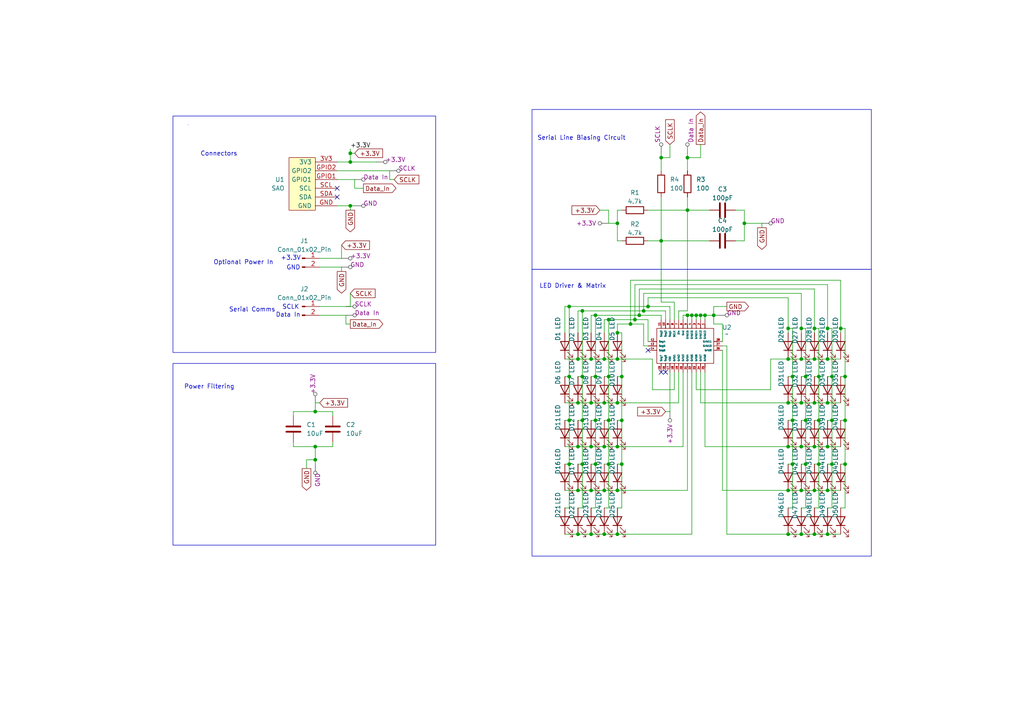
<source format=kicad_sch>
(kicad_sch (version 20250114) (generator "eeschema") (generator_version "9.0")
  (paper "A4")
  (lib_symbols
    (symbol "Connector:Conn_01x02_Pin" (pin_names (offset 1.016) (hide yes))
      (property "Reference" "J" (at 0 2.54 0))
      (property "Value" "Conn_01x02_Pin" (at 0 -5.08 0))
      (symbol "Conn_01x02_Pin_1_1"
        (rectangle (start 0.8636 0.127) (end 0 -0.127) (stroke (width 0.1524)) (fill (type outline)))
        (rectangle (start 0.8636 -2.413) (end 0 -2.667) (stroke (width 0.1524)) (fill (type outline)))
        (polyline (pts (xy 1.27 0) (xy 0.8636 0)) (stroke (width 0.1524)))
        (polyline (pts (xy 1.27 -2.54) (xy 0.8636 -2.54)) (stroke (width 0.1524)))
        (pin passive line (at 5.08 0 180) (length 3.81) (name "Pin_1") (number "1"))
        (pin passive line (at 5.08 -2.54 180) (length 3.81) (name "Pin_2") (number "2"))
      )
    )
    (symbol "Device:C" (pin_numbers (hide yes)) (pin_names (offset 0.254))
      (property "Reference" "C" (at 0.635 2.54 0))
      (property "Value" "C" (at 0.635 -2.54 0))
      (symbol "C_0_1"
        (polyline (pts (xy -2.032 0.762) (xy 2.032 0.762)) (stroke (width 0.508)))
        (polyline (pts (xy -2.032 -0.762) (xy 2.032 -0.762)) (stroke (width 0.508)))
      )
      (symbol "C_1_1"
        (pin passive line (at 0 3.81 270) (length 2.794) (name "~") (number "1"))
        (pin passive line (at 0 -3.81 90) (length 2.794) (name "~") (number "2"))
      )
    )
    (symbol "Device:LED" (pin_numbers (hide yes)) (pin_names (offset 1.016) (hide yes))
      (property "Reference" "D" (at 0 2.54 0))
      (property "Value" "LED" (at 0 -2.54 0))
      (symbol "LED_0_1"
        (polyline (pts (xy -3.048 -0.762) (xy -4.572 -2.286) (xy -3.81 -2.286) (xy -4.572 -2.286) (xy -4.572 -1.524)))
        (polyline (pts (xy -1.778 -0.762) (xy -3.302 -2.286) (xy -2.54 -2.286) (xy -3.302 -2.286) (xy -3.302 -1.524)))
        (polyline (pts (xy -1.27 0) (xy 1.27 0)))
        (polyline (pts (xy -1.27 -1.27) (xy -1.27 1.27)) (stroke (width 0.254)))
        (polyline (pts (xy 1.27 -1.27) (xy 1.27 1.27) (xy -1.27 0) (xy 1.27 -1.27)) (stroke (width 0.254)))
      )
      (symbol "LED_1_1"
        (pin passive line (at -3.81 0 0) (length 2.54) (name "K") (number "1"))
        (pin passive line (at 3.81 0 180) (length 2.54) (name "A") (number "2"))
      )
    )
    (symbol "Device:R" (pin_numbers (hide yes)) (pin_names (offset 0))
      (property "Reference" "R" (at 2.032 0 90))
      (property "Value" "R" (at 0 0 90))
      (symbol "R_0_1"
        (rectangle (start -1.016 -2.54) (end 1.016 2.54) (stroke (width 0.254)))
      )
      (symbol "R_1_1"
        (pin passive line (at 0 3.81 270) (length 1.27) (name "~") (number "1"))
        (pin passive line (at 0 -3.81 90) (length 1.27) (name "~") (number "2"))
      )
    )
    (symbol "Swadge_Parts:EP1640"
      (property "Reference" "U" (at 0 0 0))
      (symbol "EP1640_0_1"
        (rectangle (start -5.08 10.16) (end 5.08 -6.35))
        (polyline (pts (xy -5.08 7.62) (xy -6.35 7.62)))
        (polyline (pts (xy -5.08 6.35) (xy -6.35 6.35)))
        (polyline (pts (xy -5.08 5.08) (xy -6.35 5.08)))
        (polyline (pts (xy -5.08 3.81) (xy -6.35 3.81)))
        (polyline (pts (xy -5.08 2.54) (xy -6.35 2.54)))
        (polyline (pts (xy -5.08 1.27) (xy -6.35 1.27)))
        (polyline (pts (xy -5.08 0) (xy -6.35 0)))
        (polyline (pts (xy -5.08 -1.27) (xy -6.35 -1.27)))
        (polyline (pts (xy -5.08 -2.54) (xy -6.35 -2.54)))
        (polyline (pts (xy -5.08 -3.81) (xy -6.35 -3.81)))
        (polyline (pts (xy -5.08 -5.08) (xy -6.35 -5.08)))
        (polyline (pts (xy -1.27 10.16) (xy -1.27 11.43)))
        (polyline (pts (xy -1.27 -6.35) (xy -1.27 -7.62)))
        (polyline (pts (xy 0 -6.35) (xy 0 -8.89)))
        (polyline (pts (xy 1.27 10.16) (xy 1.27 11.43)))
        (polyline (pts (xy 1.27 -6.35) (xy 1.27 -7.62)))
        (polyline (pts (xy 5.08 7.62) (xy 6.35 7.62)))
        (polyline (pts (xy 5.08 6.35) (xy 6.35 6.35)))
        (polyline (pts (xy 5.08 5.08) (xy 6.35 5.08)))
        (polyline (pts (xy 5.08 3.81) (xy 6.35 3.81)))
        (polyline (pts (xy 5.08 2.54) (xy 6.35 2.54)))
        (polyline (pts (xy 5.08 1.27) (xy 6.35 1.27)))
        (polyline (pts (xy 5.08 0) (xy 6.35 0)))
        (polyline (pts (xy 5.08 -1.27) (xy 6.35 -1.27)))
        (polyline (pts (xy 5.08 -2.54) (xy 6.35 -2.54)))
        (polyline (pts (xy 5.08 -3.81) (xy 6.35 -3.81)))
        (polyline (pts (xy 5.08 -5.08) (xy 6.35 -5.08)))
      )
      (symbol "EP1640_1_1"
        (pin bidirectional line (at -7.62 7.62 0) (length 2.54) (name "Grid12") (number "1"))
        (pin bidirectional line (at -7.62 6.35 0) (length 2.54) (name "Grid13") (number "2"))
        (pin bidirectional line (at -7.62 5.08 0) (length 2.54) (name "Grid14") (number "3"))
        (pin bidirectional line (at -7.62 3.81 0) (length 2.54) (name "Grid15") (number "4"))
        (pin bidirectional line (at -7.62 2.54 0) (length 2.54) (name "Grid16") (number "5"))
        (pin output line (at -7.62 1.27 0) (length 2.54) (name "Gnd") (number "6"))
        (pin input line (at -7.62 0 0) (length 2.54) (name "Din") (number "7"))
        (pin input line (at -7.62 -1.27 0) (length 2.54) (name "SCLK") (number "8"))
        (pin bidirectional line (at -7.62 -2.54 0) (length 2.54) (name "Seg1") (number "9"))
        (pin bidirectional line (at -7.62 -3.81 0) (length 2.54) (name "Seg2") (number "10"))
        (pin bidirectional line (at -7.62 -5.08 0) (length 2.54) (name "Seg3") (number "11"))
        (pin bidirectional line (at -1.27 12.7 270) (length 2.54) (name "Grid11") (number "28"))
        (pin bidirectional line (at -1.27 -8.89 90) (length 2.54) (name "Seg4") (number "12"))
        (pin bidirectional line (at 0 12.7 270) (length 2.54) (name "Grid10") (number "27"))
        (pin bidirectional line (at 0 -8.89 90) (length 2.54) (name "Seg5") (number "13"))
        (pin bidirectional line (at 1.27 12.7 270) (length 2.54) (name "Grid9") (number "26"))
        (pin bidirectional line (at 1.27 -8.89 90) (length 2.54) (name "Seg6") (number "14"))
        (pin bidirectional line (at 7.62 7.62 180) (length 2.54) (name "Grid8") (number "25"))
        (pin bidirectional line (at 7.62 6.35 180) (length 2.54) (name "Grid7") (number "24"))
        (pin bidirectional line (at 7.62 5.08 180) (length 2.54) (name "Grid6") (number "23"))
        (pin bidirectional line (at 7.62 3.81 180) (length 2.54) (name "Grid5") (number "22"))
        (pin bidirectional line (at 7.62 2.54 180) (length 2.54) (name "Grid4") (number "21"))
        (pin bidirectional line (at 7.62 1.27 180) (length 2.54) (name "Grid3") (number "20"))
        (pin bidirectional line (at 7.62 0 180) (length 2.54) (name "Grid2") (number "19"))
        (pin bidirectional line (at 7.62 -1.27 180) (length 2.54) (name "Grid1") (number "18"))
        (pin input line (at 7.62 -2.54 180) (length 2.54) (name "VDD") (number "17"))
        (pin bidirectional line (at 7.62 -3.81 180) (length 2.54) (name "Seg8") (number "16"))
        (pin bidirectional line (at 7.62 -5.08 180) (length 2.54) (name "Seg7") (number "15"))
      )
    )
    (symbol "Swadge_Parts:SAO" (pin_names (offset 1.016))
      (property "Reference" "U" (at 0 -8.89 0))
      (property "Value" "SAO" (at -2.54 8.89 0))
      (symbol "SAO_0_1"
        (rectangle (start 0 7.62) (end 7.62 -7.62) (fill (type background)))
      )
      (symbol "SAO_1_1"
        (pin power_in line (at -6.35 6.35 0) (length 6.35) (name "3V3") (number "3V3"))
        (pin input line (at -6.35 3.81 0) (length 6.35) (name "GPIO2") (number "GPIO2"))
        (pin input line (at -6.35 1.27 0) (length 6.35) (name "GPIO1") (number "GPIO1"))
        (pin input line (at -6.35 -1.27 0) (length 6.35) (name "SCL") (number "SCL"))
        (pin input line (at -6.35 -3.81 0) (length 6.35) (name "SDA") (number "SDA"))
        (pin power_in line (at -6.35 -6.35 0) (length 6.35) (name "GND") (number "GND"))
      )
    )
  )
  (rectangle (start 154.305 78.105) (end 252.73 161.29))
  (rectangle (start 50.165 33.655) (end 126.365 102.235))
  (rectangle (start 154.305 31.75) (end 252.73 78.105))
  (rectangle (start 50.165 105.41) (end 126.365 158.115))
  (rectangle (start 54.61 36.195) (end 54.61 36.195))
  (text "Data In" (at 83.566 91.44 0) (effects (font (size 1.27 1.27))))
  (text "GND" (at 85.09 77.724 0) (effects (font (size 1.27 1.27))))
  (text "Serial Line Biasing Circuit" (exclude_from_sim yes) (at 168.656 40.132 0) (effects (font (size 1.27 1.27))))
  (text "SCLK" (at 84.328 89.154 0) (effects (font (size 1.27 1.27))))
  (text "Power Filtering" (exclude_from_sim yes) (at 60.706 112.268 0) (effects (font (size 1.27 1.27))))
  (text "Connectors" (exclude_from_sim yes) (at 63.5 44.704 0) (effects (font (size 1.27 1.27))))
  (text "Serial Comms" (at 73.152 89.916 0) (effects (font (size 1.27 1.27))))
  (text "Optional Power In" (at 70.612 76.2 0) (effects (font (size 1.27 1.27))))
  (text "LED Driver & Matrix" (exclude_from_sim yes) (at 166.116 83.058 0) (effects (font (size 1.27 1.27))))
  (text "+3.3V" (at 84.328 74.93 0) (effects (font (size 1.27 1.27))))
  (junction (at 165.1 88.9))
  (junction (at 228.6 154.94))
  (junction (at 175.26 154.94))
  (junction (at 228.6 142.24))
  (junction (at 240.03 129.54))
  (junction (at 91.44 133.35))
  (junction (at 232.41 116.84))
  (junction (at 232.41 154.94))
  (junction (at 168.91 134.62))
  (junction (at 240.03 104.14))
  (junction (at 176.53 109.22))
  (junction (at 204.47 91.44))
  (junction (at 240.03 142.24))
  (junction (at 175.26 104.14))
  (junction (at 232.41 142.24))
  (junction (at 187.96 88.9))
  (junction (at 233.68 121.92))
  (junction (at 175.26 116.84))
  (junction (at 171.45 142.24))
  (junction (at 228.6 129.54))
  (junction (at 237.49 109.22))
  (junction (at 175.26 129.54))
  (junction (at 236.22 116.84))
  (junction (at 172.72 109.22))
  (junction (at 236.22 142.24))
  (junction (at 167.64 154.94))
  (junction (at 229.87 121.92))
  (junction (at 236.22 95.25))
  (junction (at 179.07 154.94))
  (junction (at 180.34 134.62))
  (junction (at 101.6 59.69))
  (junction (at 215.9 64.77))
  (junction (at 241.3 121.92))
  (junction (at 168.91 90.17))
  (junction (at 168.91 109.22))
  (junction (at 236.22 104.14))
  (junction (at 245.11 134.62))
  (junction (at 232.41 95.25))
  (junction (at 171.45 116.84))
  (junction (at 176.53 92.71))
  (junction (at 228.6 116.84))
  (junction (at 240.03 154.94))
  (junction (at 233.68 109.22))
  (junction (at 200.66 91.44))
  (junction (at 91.44 129.54))
  (junction (at 236.22 154.94))
  (junction (at 245.11 121.92))
  (junction (at 179.07 104.14))
  (junction (at 186.69 90.17))
  (junction (at 233.68 134.62))
  (junction (at 201.93 91.44))
  (junction (at 167.64 104.14))
  (junction (at 172.72 91.44))
  (junction (at 240.03 116.84))
  (junction (at 179.07 116.84))
  (junction (at 199.39 91.44))
  (junction (at 179.07 142.24))
  (junction (at 191.77 45.72))
  (junction (at 240.03 95.25))
  (junction (at 179.07 64.77))
  (junction (at 243.84 95.25))
  (junction (at 191.77 69.85))
  (junction (at 171.45 129.54))
  (junction (at 176.53 134.62))
  (junction (at 167.64 142.24))
  (junction (at 237.49 134.62))
  (junction (at 199.39 45.72))
  (junction (at 241.3 109.22))
  (junction (at 229.87 109.22))
  (junction (at 229.87 134.62))
  (junction (at 232.41 104.14))
  (junction (at 185.42 91.44))
  (junction (at 207.01 91.44))
  (junction (at 176.53 121.92))
  (junction (at 245.11 109.22))
  (junction (at 179.07 129.54))
  (junction (at 172.72 121.92))
  (junction (at 184.15 92.71))
  (junction (at 241.3 134.62))
  (junction (at 236.22 129.54))
  (junction (at 168.91 121.92))
  (junction (at 167.64 116.84))
  (junction (at 180.34 121.92))
  (junction (at 165.1 109.22))
  (junction (at 180.34 109.22))
  (junction (at 171.45 104.14))
  (junction (at 167.64 129.54))
  (junction (at 182.88 93.98))
  (junction (at 228.6 95.25))
  (junction (at 228.6 104.14))
  (junction (at 179.07 96.52))
  (junction (at 165.1 121.92))
  (junction (at 175.26 142.24))
  (junction (at 172.72 134.62))
  (junction (at 232.41 129.54))
  (junction (at 203.2 91.44))
  (junction (at 237.49 121.92))
  (junction (at 171.45 154.94))
  (junction (at 165.1 134.62))
  (junction (at 91.44 119.38))
  (junction (at 199.39 60.96))
  (junction (at 101.6 44.45))
  (junction (at 101.6 46.99))
  (no_connect (at 191.77 107.95))
  (no_connect (at 97.79 54.61))
  (no_connect (at 97.79 57.15))
  (no_connect (at 187.96 101.6))
  (no_connect (at 193.04 107.95))
  (wire (pts (xy 101.6 85.09) (xy 101.6 88.9)))
  (wire (pts (xy 220.98 64.77) (xy 220.98 66.04)))
  (wire (pts (xy 167.64 109.22) (xy 168.91 109.22)))
  (wire (pts (xy 229.87 134.62) (xy 229.87 121.92)))
  (wire (pts (xy 175.26 142.24) (xy 179.07 142.24)))
  (wire (pts (xy 182.88 81.28) (xy 182.88 93.98)))
  (wire (pts (xy 186.69 85.09) (xy 186.69 90.17)))
  (wire (pts (xy 204.47 91.44) (xy 204.47 92.71)))
  (wire (pts (xy 232.41 121.92) (xy 233.68 121.92)))
  (wire (pts (xy 101.6 59.69) (xy 97.79 59.69)))
  (wire (pts (xy 240.03 82.55) (xy 184.15 82.55)))
  (wire (pts (xy 176.53 60.96) (xy 176.53 64.77)))
  (wire (pts (xy 203.2 91.44) (xy 203.2 92.71)))
  (wire (pts (xy 179.07 69.85) (xy 180.34 69.85)))
  (wire (pts (xy 167.64 142.24) (xy 171.45 142.24)))
  (wire (pts (xy 176.53 92.71) (xy 184.15 92.71)))
  (wire (pts (xy 168.91 90.17) (xy 167.64 90.17)))
  (wire (pts (xy 179.07 93.98) (xy 179.07 96.52)))
  (wire (pts (xy 232.41 85.09) (xy 186.69 85.09)))
  (wire (pts (xy 99.06 74.93) (xy 92.71 74.93)))
  (wire (pts (xy 101.6 93.98) (xy 100.33 93.98)))
  (wire (pts (xy 213.36 60.96) (xy 215.9 60.96)))
  (wire (pts (xy 168.91 109.22) (xy 168.91 90.17)))
  (wire (pts (xy 210.82 100.33) (xy 209.55 100.33)))
  (wire (pts (xy 245.11 147.32) (xy 245.11 134.62)))
  (wire (pts (xy 240.03 104.14) (xy 243.84 104.14)))
  (wire (pts (xy 228.6 109.22) (xy 229.87 109.22)))
  (wire (pts (xy 237.49 109.22) (xy 237.49 95.25)))
  (wire (pts (xy 85.09 119.38) (xy 91.44 119.38)))
  (wire (pts (xy 236.22 83.82) (xy 185.42 83.82)))
  (wire (pts (xy 232.41 134.62) (xy 233.68 134.62)))
  (wire (pts (xy 85.09 129.54) (xy 85.09 128.27)))
  (wire (pts (xy 180.34 121.92) (xy 180.34 109.22)))
  (wire (pts (xy 196.85 116.84) (xy 196.85 107.95)))
  (wire (pts (xy 199.39 60.96) (xy 205.74 60.96)))
  (wire (pts (xy 163.83 116.84) (xy 167.64 116.84)))
  (wire (pts (xy 172.72 109.22) (xy 172.72 91.44)))
  (wire (pts (xy 168.91 147.32) (xy 168.91 134.62)))
  (wire (pts (xy 237.49 95.25) (xy 236.22 95.25)))
  (wire (pts (xy 241.3 147.32) (xy 241.3 134.62)))
  (wire (pts (xy 163.83 134.62) (xy 165.1 134.62)))
  (wire (pts (xy 232.41 129.54) (xy 236.22 129.54)))
  (wire (pts (xy 201.93 91.44) (xy 200.66 91.44)))
  (wire (pts (xy 228.6 129.54) (xy 204.47 129.54)))
  (wire (pts (xy 191.77 69.85) (xy 191.77 87.63)))
  (wire (pts (xy 233.68 121.92) (xy 233.68 109.22)))
  (wire (pts (xy 113.03 52.07) (xy 113.03 49.53)))
  (wire (pts (xy 228.6 129.54) (xy 232.41 129.54)))
  (wire (pts (xy 199.39 45.72) (xy 199.39 49.53)))
  (wire (pts (xy 191.77 69.85) (xy 205.74 69.85)))
  (wire (pts (xy 209.55 93.98) (xy 207.01 93.98)))
  (wire (pts (xy 171.45 142.24) (xy 175.26 142.24)))
  (wire (pts (xy 243.84 96.52) (xy 243.84 95.25)))
  (wire (pts (xy 232.41 109.22) (xy 233.68 109.22)))
  (wire (pts (xy 229.87 147.32) (xy 229.87 134.62)))
  (wire (pts (xy 236.22 116.84) (xy 240.03 116.84)))
  (wire (pts (xy 109.22 46.99) (xy 101.6 46.99)))
  (wire (pts (xy 240.03 121.92) (xy 241.3 121.92)))
  (wire (pts (xy 179.07 142.24) (xy 199.39 142.24)))
  (wire (pts (xy 179.07 64.77) (xy 179.07 69.85)))
  (wire (pts (xy 165.1 88.9) (xy 187.96 88.9)))
  (wire (pts (xy 228.6 95.25) (xy 228.6 86.36)))
  (wire (pts (xy 163.83 121.92) (xy 165.1 121.92)))
  (wire (pts (xy 209.55 99.06) (xy 209.55 93.98)))
  (wire (pts (xy 91.44 133.35) (xy 91.44 134.62)))
  (wire (pts (xy 167.64 116.84) (xy 171.45 116.84)))
  (wire (pts (xy 172.72 121.92) (xy 172.72 109.22)))
  (wire (pts (xy 185.42 83.82) (xy 185.42 91.44)))
  (wire (pts (xy 172.72 91.44) (xy 171.45 91.44)))
  (wire (pts (xy 171.45 134.62) (xy 172.72 134.62)))
  (wire (pts (xy 171.45 116.84) (xy 175.26 116.84)))
  (wire (pts (xy 172.72 147.32) (xy 172.72 134.62)))
  (wire (pts (xy 236.22 142.24) (xy 240.03 142.24)))
  (wire (pts (xy 236.22 154.94) (xy 240.03 154.94)))
  (wire (pts (xy 232.41 142.24) (xy 236.22 142.24)))
  (wire (pts (xy 203.2 91.44) (xy 201.93 91.44)))
  (wire (pts (xy 175.26 121.92) (xy 176.53 121.92)))
  (wire (pts (xy 243.84 147.32) (xy 245.11 147.32)))
  (wire (pts (xy 176.53 109.22) (xy 176.53 92.71)))
  (wire (pts (xy 99.06 77.47) (xy 92.71 77.47)))
  (wire (pts (xy 85.09 119.38) (xy 85.09 120.65)))
  (wire (pts (xy 194.31 107.95) (xy 194.31 119.38)))
  (wire (pts (xy 88.9 133.35) (xy 91.44 133.35)))
  (wire (pts (xy 99.06 71.12) (xy 99.06 74.93)))
  (wire (pts (xy 191.77 57.15) (xy 191.77 69.85)))
  (wire (pts (xy 233.68 134.62) (xy 233.68 121.92)))
  (wire (pts (xy 167.64 90.17) (xy 167.64 96.52)))
  (wire (pts (xy 240.03 134.62) (xy 241.3 134.62)))
  (wire (pts (xy 179.07 109.22) (xy 180.34 109.22)))
  (wire (pts (xy 203.2 45.72) (xy 199.39 45.72)))
  (wire (pts (xy 179.07 129.54) (xy 198.12 129.54)))
  (wire (pts (xy 175.26 109.22) (xy 176.53 109.22)))
  (wire (pts (xy 171.45 121.92) (xy 172.72 121.92)))
  (wire (pts (xy 179.07 154.94) (xy 200.66 154.94)))
  (wire (pts (xy 200.66 91.44) (xy 199.39 91.44)))
  (wire (pts (xy 113.03 49.53) (xy 97.79 49.53)))
  (wire (pts (xy 228.6 86.36) (xy 187.96 86.36)))
  (wire (pts (xy 243.84 81.28) (xy 182.88 81.28)))
  (wire (pts (xy 91.44 129.54) (xy 85.09 129.54)))
  (wire (pts (xy 196.85 90.17) (xy 196.85 92.71)))
  (wire (pts (xy 240.03 147.32) (xy 241.3 147.32)))
  (wire (pts (xy 171.45 104.14) (xy 175.26 104.14)))
  (wire (pts (xy 171.45 147.32) (xy 172.72 147.32)))
  (wire (pts (xy 240.03 96.52) (xy 240.03 95.25)))
  (wire (pts (xy 199.39 44.45) (xy 199.39 45.72)))
  (wire (pts (xy 203.2 116.84) (xy 203.2 107.95)))
  (wire (pts (xy 176.53 134.62) (xy 176.53 121.92)))
  (wire (pts (xy 240.03 129.54) (xy 243.84 129.54)))
  (wire (pts (xy 243.84 134.62) (xy 245.11 134.62)))
  (wire (pts (xy 240.03 116.84) (xy 243.84 116.84)))
  (wire (pts (xy 243.84 109.22) (xy 245.11 109.22)))
  (wire (pts (xy 163.83 104.14) (xy 167.64 104.14)))
  (wire (pts (xy 96.52 119.38) (xy 96.52 120.65)))
  (wire (pts (xy 165.1 147.32) (xy 165.1 134.62)))
  (wire (pts (xy 243.84 95.25) (xy 243.84 81.28)))
  (wire (pts (xy 168.91 121.92) (xy 168.91 109.22)))
  (wire (pts (xy 236.22 95.25) (xy 236.22 83.82)))
  (wire (pts (xy 228.6 142.24) (xy 232.41 142.24)))
  (wire (pts (xy 232.41 104.14) (xy 236.22 104.14)))
  (wire (pts (xy 228.6 96.52) (xy 228.6 95.25)))
  (wire (pts (xy 194.31 92.71) (xy 194.31 88.9)))
  (wire (pts (xy 198.12 91.44) (xy 198.12 92.71)))
  (wire (pts (xy 101.6 60.96) (xy 101.6 59.69)))
  (wire (pts (xy 241.3 109.22) (xy 241.3 95.25)))
  (wire (pts (xy 245.11 95.25) (xy 243.84 95.25)))
  (wire (pts (xy 207.01 93.98) (xy 207.01 91.44)))
  (wire (pts (xy 243.84 121.92) (xy 245.11 121.92)))
  (wire (pts (xy 193.04 92.71) (xy 193.04 90.17)))
  (wire (pts (xy 209.55 142.24) (xy 209.55 101.6)))
  (wire (pts (xy 229.87 121.92) (xy 229.87 109.22)))
  (wire (pts (xy 194.31 45.72) (xy 191.77 45.72)))
  (wire (pts (xy 195.58 87.63) (xy 195.58 92.71)))
  (wire (pts (xy 101.6 44.45) (xy 101.6 46.99)))
  (wire (pts (xy 172.72 91.44) (xy 185.42 91.44)))
  (wire (pts (xy 176.53 64.77) (xy 179.07 64.77)))
  (wire (pts (xy 201.93 113.03) (xy 223.52 113.03)))
  (wire (pts (xy 199.39 90.17) (xy 196.85 90.17)))
  (wire (pts (xy 189.23 113.03) (xy 195.58 113.03)))
  (wire (pts (xy 236.22 104.14) (xy 240.03 104.14)))
  (wire (pts (xy 179.07 121.92) (xy 180.34 121.92)))
  (wire (pts (xy 163.83 129.54) (xy 167.64 129.54)))
  (wire (pts (xy 179.07 60.96) (xy 179.07 64.77)))
  (wire (pts (xy 241.3 95.25) (xy 240.03 95.25)))
  (wire (pts (xy 179.07 147.32) (xy 180.34 147.32)))
  (wire (pts (xy 175.26 147.32) (xy 176.53 147.32)))
  (wire (pts (xy 184.15 82.55) (xy 184.15 92.71)))
  (wire (pts (xy 215.9 60.96) (xy 215.9 64.77)))
  (wire (pts (xy 232.41 95.25) (xy 232.41 85.09)))
  (wire (pts (xy 102.87 54.61) (xy 102.87 52.07)))
  (wire (pts (xy 245.11 121.92) (xy 245.11 109.22)))
  (wire (pts (xy 180.34 147.32) (xy 180.34 134.62)))
  (wire (pts (xy 199.39 60.96) (xy 199.39 90.17)))
  (wire (pts (xy 189.23 104.14) (xy 189.23 113.03)))
  (wire (pts (xy 229.87 109.22) (xy 229.87 95.25)))
  (wire (pts (xy 184.15 92.71) (xy 187.96 92.71)))
  (wire (pts (xy 191.77 92.71) (xy 191.77 91.44)))
  (wire (pts (xy 163.83 88.9) (xy 163.83 96.52)))
  (wire (pts (xy 187.96 88.9) (xy 194.31 88.9)))
  (wire (pts (xy 228.6 154.94) (xy 232.41 154.94)))
  (wire (pts (xy 176.53 92.71) (xy 175.26 92.71)))
  (wire (pts (xy 207.01 91.44) (xy 204.47 91.44)))
  (wire (pts (xy 232.41 147.32) (xy 233.68 147.32)))
  (wire (pts (xy 91.44 129.54) (xy 91.44 133.35)))
  (wire (pts (xy 179.07 116.84) (xy 196.85 116.84)))
  (wire (pts (xy 180.34 96.52) (xy 180.34 109.22)))
  (wire (pts (xy 194.31 41.91) (xy 194.31 45.72)))
  (wire (pts (xy 207.01 88.9) (xy 207.01 91.44)))
  (wire (pts (xy 193.04 119.38) (xy 194.31 119.38)))
  (wire (pts (xy 236.22 134.62) (xy 237.49 134.62)))
  (wire (pts (xy 175.26 154.94) (xy 179.07 154.94)))
  (wire (pts (xy 99.06 77.47) (xy 99.06 78.74)))
  (wire (pts (xy 236.22 109.22) (xy 237.49 109.22)))
  (wire (pts (xy 168.91 134.62) (xy 168.91 121.92)))
  (wire (pts (xy 237.49 134.62) (xy 237.49 121.92)))
  (wire (pts (xy 96.52 128.27) (xy 96.52 129.54)))
  (wire (pts (xy 96.52 129.54) (xy 91.44 129.54)))
  (wire (pts (xy 215.9 64.77) (xy 220.98 64.77)))
  (wire (pts (xy 91.44 119.38) (xy 96.52 119.38)))
  (wire (pts (xy 167.64 121.92) (xy 168.91 121.92)))
  (wire (pts (xy 101.6 43.18) (xy 101.6 44.45)))
  (wire (pts (xy 186.69 100.33) (xy 186.69 93.98)))
  (wire (pts (xy 175.26 116.84) (xy 179.07 116.84)))
  (wire (pts (xy 167.64 104.14) (xy 171.45 104.14)))
  (wire (pts (xy 163.83 142.24) (xy 167.64 142.24)))
  (wire (pts (xy 175.26 134.62) (xy 176.53 134.62)))
  (wire (pts (xy 92.71 91.44) (xy 100.33 91.44)))
  (wire (pts (xy 176.53 121.92) (xy 176.53 109.22)))
  (wire (pts (xy 201.93 91.44) (xy 201.93 92.71)))
  (wire (pts (xy 240.03 154.94) (xy 243.84 154.94)))
  (wire (pts (xy 167.64 154.94) (xy 171.45 154.94)))
  (wire (pts (xy 187.96 100.33) (xy 186.69 100.33)))
  (wire (pts (xy 187.96 99.06) (xy 187.96 92.71)))
  (wire (pts (xy 199.39 91.44) (xy 199.39 92.71)))
  (wire (pts (xy 228.6 104.14) (xy 232.41 104.14)))
  (wire (pts (xy 165.1 88.9) (xy 163.83 88.9)))
  (wire (pts (xy 228.6 134.62) (xy 229.87 134.62)))
  (wire (pts (xy 180.34 96.52) (xy 179.07 96.52)))
  (wire (pts (xy 163.83 109.22) (xy 165.1 109.22)))
  (wire (pts (xy 210.82 88.9) (xy 207.01 88.9)))
  (wire (pts (xy 102.87 44.45) (xy 101.6 44.45)))
  (wire (pts (xy 232.41 154.94) (xy 236.22 154.94)))
  (wire (pts (xy 163.83 147.32) (xy 165.1 147.32)))
  (wire (pts (xy 195.58 113.03) (xy 195.58 107.95)))
  (wire (pts (xy 185.42 91.44) (xy 191.77 91.44)))
  (wire (pts (xy 204.47 91.44) (xy 203.2 91.44)))
  (wire (pts (xy 223.52 104.14) (xy 228.6 104.14)))
  (wire (pts (xy 167.64 129.54) (xy 171.45 129.54)))
  (wire (pts (xy 236.22 96.52) (xy 236.22 95.25)))
  (wire (pts (xy 191.77 87.63) (xy 195.58 87.63)))
  (wire (pts (xy 228.6 116.84) (xy 232.41 116.84)))
  (wire (pts (xy 171.45 154.94) (xy 175.26 154.94)))
  (wire (pts (xy 91.44 116.84) (xy 91.44 119.38)))
  (wire (pts (xy 240.03 95.25) (xy 240.03 82.55)))
  (wire (pts (xy 91.44 116.84) (xy 92.71 116.84)))
  (wire (pts (xy 163.83 154.94) (xy 167.64 154.94)))
  (wire (pts (xy 175.26 92.71) (xy 175.26 96.52)))
  (wire (pts (xy 180.34 60.96) (xy 179.07 60.96)))
  (wire (pts (xy 114.3 52.07) (xy 113.03 52.07)))
  (wire (pts (xy 171.45 109.22) (xy 172.72 109.22)))
  (wire (pts (xy 199.39 57.15) (xy 199.39 60.96)))
  (wire (pts (xy 199.39 142.24) (xy 199.39 107.95)))
  (wire (pts (xy 186.69 93.98) (xy 182.88 93.98)))
  (wire (pts (xy 171.45 91.44) (xy 171.45 96.52)))
  (wire (pts (xy 232.41 96.52) (xy 232.41 95.25)))
  (wire (pts (xy 199.39 91.44) (xy 198.12 91.44)))
  (wire (pts (xy 245.11 134.62) (xy 245.11 121.92)))
  (wire (pts (xy 208.28 91.44) (xy 207.01 91.44)))
  (wire (pts (xy 167.64 147.32) (xy 168.91 147.32)))
  (wire (pts (xy 101.6 46.99) (xy 97.79 46.99)))
  (wire (pts (xy 191.77 44.45) (xy 191.77 45.72)))
  (wire (pts (xy 168.91 90.17) (xy 186.69 90.17)))
  (wire (pts (xy 102.87 59.69) (xy 101.6 59.69)))
  (wire (pts (xy 236.22 129.54) (xy 240.03 129.54)))
  (wire (pts (xy 204.47 129.54) (xy 204.47 107.95)))
  (wire (pts (xy 100.33 93.98) (xy 100.33 91.44)))
  (wire (pts (xy 179.07 104.14) (xy 189.23 104.14)))
  (wire (pts (xy 228.6 147.32) (xy 229.87 147.32)))
  (wire (pts (xy 203.2 41.91) (xy 203.2 45.72)))
  (wire (pts (xy 236.22 147.32) (xy 237.49 147.32)))
  (wire (pts (xy 232.41 116.84) (xy 236.22 116.84)))
  (wire (pts (xy 165.1 121.92) (xy 165.1 134.62)))
  (wire (pts (xy 228.6 142.24) (xy 209.55 142.24)))
  (wire (pts (xy 165.1 109.22) (xy 165.1 88.9)))
  (wire (pts (xy 240.03 109.22) (xy 241.3 109.22)))
  (wire (pts (xy 179.07 134.62) (xy 180.34 134.62)))
  (wire (pts (xy 175.26 129.54) (xy 179.07 129.54)))
  (wire (pts (xy 172.72 134.62) (xy 172.72 121.92)))
  (wire (pts (xy 210.82 154.94) (xy 210.82 100.33)))
  (wire (pts (xy 176.53 147.32) (xy 176.53 134.62)))
  (wire (pts (xy 92.71 88.9) (xy 101.6 88.9)))
  (wire (pts (xy 167.64 134.62) (xy 168.91 134.62)))
  (wire (pts (xy 223.52 113.03) (xy 223.52 104.14)))
  (wire (pts (xy 173.99 60.96) (xy 176.53 60.96)))
  (wire (pts (xy 105.41 54.61) (xy 102.87 54.61)))
  (wire (pts (xy 201.93 107.95) (xy 201.93 113.03)))
  (wire (pts (xy 233.68 147.32) (xy 233.68 134.62)))
  (wire (pts (xy 228.6 121.92) (xy 229.87 121.92)))
  (wire (pts (xy 175.26 104.14) (xy 179.07 104.14)))
  (wire (pts (xy 233.68 109.22) (xy 233.68 95.25)))
  (wire (pts (xy 200.66 91.44) (xy 200.66 92.71)))
  (wire (pts (xy 236.22 121.92) (xy 237.49 121.92)))
  (wire (pts (xy 198.12 129.54) (xy 198.12 107.95)))
  (wire (pts (xy 187.96 69.85) (xy 191.77 69.85)))
  (wire (pts (xy 186.69 90.17) (xy 193.04 90.17)))
  (wire (pts (xy 240.03 142.24) (xy 243.84 142.24)))
  (wire (pts (xy 245.11 109.22) (xy 245.11 95.25)))
  (wire (pts (xy 229.87 95.25) (xy 228.6 95.25)))
  (wire (pts (xy 187.96 86.36) (xy 187.96 88.9)))
  (wire (pts (xy 187.96 60.96) (xy 199.39 60.96)))
  (wire (pts (xy 241.3 134.62) (xy 241.3 121.92)))
  (wire (pts (xy 191.77 45.72) (xy 191.77 49.53)))
  (wire (pts (xy 233.68 95.25) (xy 232.41 95.25)))
  (wire (pts (xy 213.36 69.85) (xy 215.9 69.85)))
  (wire (pts (xy 228.6 154.94) (xy 210.82 154.94)))
  (wire (pts (xy 200.66 154.94) (xy 200.66 107.95)))
  (wire (pts (xy 237.49 121.92) (xy 237.49 109.22)))
  (wire (pts (xy 165.1 121.92) (xy 165.1 109.22)))
  (wire (pts (xy 180.34 134.62) (xy 180.34 121.92)))
  (wire (pts (xy 102.87 52.07) (xy 97.79 52.07)))
  (wire (pts (xy 237.49 147.32) (xy 237.49 134.62)))
  (wire (pts (xy 241.3 121.92) (xy 241.3 109.22)))
  (wire (pts (xy 171.45 129.54) (xy 175.26 129.54)))
  (wire (pts (xy 228.6 116.84) (xy 203.2 116.84)))
  (wire (pts (xy 88.9 135.89) (xy 88.9 133.35)))
  (wire (pts (xy 182.88 93.98) (xy 179.07 93.98)))
  (wire (pts (xy 215.9 64.77) (xy 215.9 69.85)))
  (label "+3.3V" (at 101.6 43.18 0))
  (global_label "GND" (shape output) (at 88.9 135.89 270) (property "Intersheetrefs" "${INTERSHEET_REFS}" (effects (hide yes))))
  (global_label "Data_In" (shape output) (at 101.6 93.98 0) (property "Intersheetrefs" "${INTERSHEET_REFS}" (effects (hide yes))))
  (global_label "SCLK" (shape input) (at 194.31 41.91 90) (property "Intersheetrefs" "${INTERSHEET_REFS}" (effects (hide yes))))
  (global_label "+3.3V" (shape input) (at 102.87 44.45 0) (property "Intersheetrefs" "${INTERSHEET_REFS}" (effects (hide yes))))
  (global_label "+3.3V" (shape input) (at 193.04 119.38 180) (property "Intersheetrefs" "${INTERSHEET_REFS}" (effects (hide yes))))
  (global_label "+3.3V" (shape input) (at 173.99 60.96 180) (property "Intersheetrefs" "${INTERSHEET_REFS}" (effects (hide yes))))
  (global_label "GND" (shape output) (at 101.6 60.96 270) (property "Intersheetrefs" "${INTERSHEET_REFS}" (effects (hide yes))))
  (global_label "SCLK" (shape input) (at 114.3 52.07 0) (property "Intersheetrefs" "${INTERSHEET_REFS}" (effects (hide yes))))
  (global_label "GND" (shape output) (at 99.06 78.74 270) (property "Intersheetrefs" "${INTERSHEET_REFS}" (effects (hide yes))))
  (global_label "Data_In" (shape output) (at 105.41 54.61 0) (property "Intersheetrefs" "${INTERSHEET_REFS}" (effects (hide yes))))
  (global_label "+3.3V" (shape input) (at 92.71 116.84 0) (property "Intersheetrefs" "${INTERSHEET_REFS}" (effects (hide yes))))
  (global_label "Data_In" (shape output) (at 203.2 41.91 90) (property "Intersheetrefs" "${INTERSHEET_REFS}" (effects (hide yes))))
  (global_label "GND" (shape output) (at 210.82 88.9 0) (property "Intersheetrefs" "${INTERSHEET_REFS}" (effects (hide yes))))
  (global_label "GND" (shape output) (at 220.98 66.04 270) (property "Intersheetrefs" "${INTERSHEET_REFS}" (effects (hide yes))))
  (global_label "SCLK" (shape input) (at 101.6 85.09 0) (property "Intersheetrefs" "${INTERSHEET_REFS}" (effects (hide yes))))
  (global_label "+3.3V" (shape input) (at 99.06 71.12 0) (property "Intersheetrefs" "${INTERSHEET_REFS}" (effects (hide yes))))
  (netclass_flag "" (length 2.54) (shape round) (at 99.06 77.47 270) (property "Netclass" "GND" (at 101.6 76.7715 0) (effects (justify left))))
  (netclass_flag "" (length 2.54) (shape round) (at 91.44 116.84 0) (property "Netclass" "+3.3V" (at 90.7415 114.3 90) (effects (justify left))))
  (netclass_flag "" (length 2.54) (shape round) (at 99.06 74.93 270) (property "Netclass" "+3.3V" (at 101.6 74.2315 0) (effects (justify left))))
  (netclass_flag "" (length 2.54) (shape round) (at 176.53 64.77 90) (property "Netclass" "+3.3V" (at 172.974 64.77 0) (effects (justify right))))
  (netclass_flag "" (length 2.54) (shape round) (at 220.98 64.77 270) (property "Netclass" "GND" (at 223.52 64.0715 0) (effects (justify left))))
  (netclass_flag "" (length 2.54) (shape round) (at 109.22 46.99 270) (property "Netclass" "+3.3V" (at 111.76 46.2915 0) (effects (justify left))))
  (netclass_flag "" (length 2.54) (shape round) (at 100.33 91.44 270) (property "Netclass" "Data In" (at 102.87 90.7415 0) (effects (justify left))))
  (netclass_flag "" (length 2.54) (shape round) (at 102.87 52.07 270) (property "Netclass" "Data In" (at 105.41 51.3715 0) (effects (justify left))))
  (netclass_flag "" (length 2.54) (shape round) (at 191.77 44.45 0) (property "Netclass" "SCLK" (at 190.754 41.402 90) (effects (justify left))))
  (netclass_flag "" (length 2.54) (shape round) (at 199.39 44.45 0) (property "Netclass" "Data In" (at 200.406 41.402 90) (effects (justify left))))
  (netclass_flag "" (length 2.54) (shape round) (at 100.33 88.9 270) (property "Netclass" "SCLK" (at 102.87 88.2015 0) (effects (justify left))))
  (netclass_flag "" (length 2.54) (shape round) (at 91.44 134.62 180) (property "Netclass" "GND" (at 92.1385 137.16 90) (effects (justify right))))
  (netclass_flag "" (length 2.54) (shape round) (at 102.87 59.69 270) (property "Netclass" "GND" (at 105.41 58.9915 0) (effects (justify left))))
  (netclass_flag "" (length 2.54) (shape round) (at 208.28 91.44 270) (property "Netclass" "GND" (at 210.82 90.7415 0) (effects (justify left))))
  (netclass_flag "" (length 2.54) (shape round) (at 194.31 119.38 180) (property "Netclass" "+3.3V" (at 194.31 122.936 90) (effects (justify right))))
  (netclass_flag "" (length 2.54) (shape round) (at 113.03 49.53 270) (property "Netclass" "SCLK" (at 115.57 48.8315 0) (effects (justify left))))
  (symbol (lib_id "Device:LED") (at 243.84 125.73 90) (unit 1)
    (property "Reference" "D40" (at 242.316 122.936 0))
    (property "Value" "LED" (at 242.316 119.126 0))
    (property "Footprint" "LED_SMD:LED_0603_1608Metric_Pad1.05x0.95mm_HandSolder" (effects (hide yes)))
    (property "Description" "Light emitting diode" (effects (hide yes)))
    (property "Sim.Pins" "1=K 2=A" (effects (hide yes)))
  )
  (symbol (lib_id "Device:LED") (at 179.07 125.73 90) (unit 1)
    (property "Reference" "D15" (at 177.546 122.936 0))
    (property "Value" "LED" (at 177.546 119.126 0))
    (property "Footprint" "LED_SMD:LED_0603_1608Metric_Pad1.05x0.95mm_HandSolder" (effects (hide yes)))
    (property "Description" "Light emitting diode" (effects (hide yes)))
    (property "Sim.Pins" "1=K 2=A" (effects (hide yes)))
  )
  (symbol (lib_id "Device:LED") (at 236.22 138.43 90) (unit 1)
    (property "Reference" "D43" (at 234.696 135.636 0))
    (property "Value" "LED" (at 234.696 131.826 0))
    (property "Footprint" "LED_SMD:LED_0603_1608Metric_Pad1.05x0.95mm_HandSolder" (effects (hide yes)))
    (property "Description" "Light emitting diode" (effects (hide yes)))
    (property "Sim.Pins" "1=K 2=A" (effects (hide yes)))
  )
  (symbol (lib_id "Connector:Conn_01x02_Pin") (at 87.63 74.93 0) (unit 1)
    (property "Reference" "J1" (at 88.265 69.85 0))
    (property "Value" "Conn_01x02_Pin" (at 88.265 72.39 0))
    (property "Footprint" "Connector_PinHeader_2.54mm:PinHeader_1x02_P2.54mm_Vertical" (effects (hide yes)))
    (property "Description" "Generic connector, single row, 01x02, script generated" (effects (hide yes)))
  )
  (symbol (lib_id "Device:LED") (at 243.84 151.13 90) (unit 1)
    (property "Reference" "D50" (at 242.316 148.336 0))
    (property "Value" "LED" (at 242.316 144.526 0))
    (property "Footprint" "LED_SMD:LED_0603_1608Metric_Pad1.05x0.95mm_HandSolder" (effects (hide yes)))
    (property "Description" "Light emitting diode" (effects (hide yes)))
    (property "Sim.Pins" "1=K 2=A" (effects (hide yes)))
  )
  (symbol (lib_id "Device:LED") (at 175.26 138.43 90) (unit 1)
    (property "Reference" "D19" (at 173.736 135.636 0))
    (property "Value" "LED" (at 173.736 131.826 0))
    (property "Footprint" "LED_SMD:LED_0603_1608Metric_Pad1.05x0.95mm_HandSolder" (effects (hide yes)))
    (property "Description" "Light emitting diode" (effects (hide yes)))
    (property "Sim.Pins" "1=K 2=A" (effects (hide yes)))
  )
  (symbol (lib_id "Device:LED") (at 175.26 100.33 90) (unit 1)
    (property "Reference" "D4" (at 173.736 97.536 0))
    (property "Value" "LED" (at 173.736 93.726 0))
    (property "Footprint" "LED_SMD:LED_0603_1608Metric_Pad1.05x0.95mm_HandSolder" (effects (hide yes)))
    (property "Description" "Light emitting diode" (effects (hide yes)))
    (property "Sim.Pins" "1=K 2=A" (effects (hide yes)))
  )
  (symbol (lib_id "Device:LED") (at 167.64 113.03 90) (unit 1)
    (property "Reference" "D7" (at 165.862 110.49 0))
    (property "Value" "LED" (at 165.862 106.426 0))
    (property "Footprint" "LED_SMD:LED_0603_1608Metric_Pad1.05x0.95mm_HandSolder" (effects (hide yes)))
    (property "Description" "Light emitting diode" (effects (hide yes)))
    (property "Sim.Pins" "1=K 2=A" (effects (hide yes)))
  )
  (symbol (lib_id "Device:LED") (at 167.64 125.73 90) (unit 1)
    (property "Reference" "D12" (at 165.862 123.19 0))
    (property "Value" "LED" (at 165.862 119.126 0))
    (property "Footprint" "LED_SMD:LED_0603_1608Metric_Pad1.05x0.95mm_HandSolder" (effects (hide yes)))
    (property "Description" "Light emitting diode" (effects (hide yes)))
    (property "Sim.Pins" "1=K 2=A" (effects (hide yes)))
  )
  (symbol (lib_id "Device:LED") (at 228.6 113.03 90) (unit 1)
    (property "Reference" "D31" (at 226.568 110.236 0))
    (property "Value" "LED" (at 226.568 106.426 0))
    (property "Footprint" "LED_SMD:LED_0603_1608Metric_Pad1.05x0.95mm_HandSolder" (effects (hide yes)))
    (property "Description" "Light emitting diode" (effects (hide yes)))
    (property "Sim.Pins" "1=K 2=A" (effects (hide yes)))
  )
  (symbol (lib_id "Device:LED") (at 236.22 151.13 90) (unit 1)
    (property "Reference" "D48" (at 234.696 148.336 0))
    (property "Value" "LED" (at 234.696 144.526 0))
    (property "Footprint" "LED_SMD:LED_0603_1608Metric_Pad1.05x0.95mm_HandSolder" (effects (hide yes)))
    (property "Description" "Light emitting diode" (effects (hide yes)))
    (property "Sim.Pins" "1=K 2=A" (effects (hide yes)))
  )
  (symbol (lib_id "Device:LED") (at 171.45 125.73 90) (unit 1)
    (property "Reference" "D13" (at 169.926 122.936 0))
    (property "Value" "LED" (at 169.926 119.126 0))
    (property "Footprint" "LED_SMD:LED_0603_1608Metric_Pad1.05x0.95mm_HandSolder" (effects (hide yes)))
    (property "Description" "Light emitting diode" (effects (hide yes)))
    (property "Sim.Pins" "1=K 2=A" (effects (hide yes)))
  )
  (symbol (lib_id "Device:LED") (at 163.83 151.13 90) (unit 1)
    (property "Reference" "D21" (at 161.798 148.336 0))
    (property "Value" "LED" (at 161.798 144.526 0))
    (property "Footprint" "LED_SMD:LED_0603_1608Metric_Pad1.05x0.95mm_HandSolder" (effects (hide yes)))
    (property "Description" "Light emitting diode" (effects (hide yes)))
    (property "Sim.Pins" "1=K 2=A" (effects (hide yes)))
  )
  (symbol (lib_id "Device:LED") (at 179.07 151.13 90) (unit 1)
    (property "Reference" "D25" (at 177.546 148.336 0))
    (property "Value" "LED" (at 177.546 144.526 0))
    (property "Footprint" "LED_SMD:LED_0603_1608Metric_Pad1.05x0.95mm_HandSolder" (effects (hide yes)))
    (property "Description" "Light emitting diode" (effects (hide yes)))
    (property "Sim.Pins" "1=K 2=A" (effects (hide yes)))
  )
  (symbol (lib_id "Device:LED") (at 179.07 138.43 90) (unit 1)
    (property "Reference" "D20" (at 177.546 135.636 0))
    (property "Value" "LED" (at 177.546 131.826 0))
    (property "Footprint" "LED_SMD:LED_0603_1608Metric_Pad1.05x0.95mm_HandSolder" (effects (hide yes)))
    (property "Description" "Light emitting diode" (effects (hide yes)))
    (property "Sim.Pins" "1=K 2=A" (effects (hide yes)))
  )
  (symbol (lib_id "Device:LED") (at 240.03 138.43 90) (unit 1)
    (property "Reference" "D44" (at 238.506 135.636 0))
    (property "Value" "LED" (at 238.506 131.826 0))
    (property "Footprint" "LED_SMD:LED_0603_1608Metric_Pad1.05x0.95mm_HandSolder" (effects (hide yes)))
    (property "Description" "Light emitting diode" (effects (hide yes)))
    (property "Sim.Pins" "1=K 2=A" (effects (hide yes)))
  )
  (symbol (lib_id "Device:LED") (at 171.45 138.43 90) (unit 1)
    (property "Reference" "D18" (at 169.926 135.636 0))
    (property "Value" "LED" (at 169.926 131.826 0))
    (property "Footprint" "LED_SMD:LED_0603_1608Metric_Pad1.05x0.95mm_HandSolder" (effects (hide yes)))
    (property "Description" "Light emitting diode" (effects (hide yes)))
    (property "Sim.Pins" "1=K 2=A" (effects (hide yes)))
  )
  (symbol (lib_id "Device:LED") (at 163.83 125.73 90) (unit 1)
    (property "Reference" "D11" (at 161.798 122.936 0))
    (property "Value" "LED" (at 161.798 119.126 0))
    (property "Footprint" "LED_SMD:LED_0603_1608Metric_Pad1.05x0.95mm_HandSolder" (effects (hide yes)))
    (property "Description" "Light emitting diode" (effects (hide yes)))
    (property "Sim.Pins" "1=K 2=A" (effects (hide yes)))
  )
  (symbol (lib_id "Device:LED") (at 232.41 151.13 90) (unit 1)
    (property "Reference" "D47" (at 230.632 148.59 0))
    (property "Value" "LED" (at 230.632 144.526 0))
    (property "Footprint" "LED_SMD:LED_0603_1608Metric_Pad1.05x0.95mm_HandSolder" (effects (hide yes)))
    (property "Description" "Light emitting diode" (effects (hide yes)))
    (property "Sim.Pins" "1=K 2=A" (effects (hide yes)))
  )
  (symbol (lib_id "Device:LED") (at 179.07 100.33 90) (unit 1)
    (property "Reference" "D5" (at 177.546 97.536 0))
    (property "Value" "LED" (at 177.546 93.726 0))
    (property "Footprint" "LED_SMD:LED_0603_1608Metric_Pad1.05x0.95mm_HandSolder" (effects (hide yes)))
    (property "Description" "Light emitting diode" (effects (hide yes)))
    (property "Sim.Pins" "1=K 2=A" (effects (hide yes)))
  )
  (symbol (lib_id "Device:LED") (at 232.41 100.33 90) (unit 1)
    (property "Reference" "D27" (at 230.632 97.79 0))
    (property "Value" "LED" (at 230.632 93.726 0))
    (property "Footprint" "LED_SMD:LED_0603_1608Metric_Pad1.05x0.95mm_HandSolder" (effects (hide yes)))
    (property "Description" "Light emitting diode" (effects (hide yes)))
    (property "Sim.Pins" "1=K 2=A" (effects (hide yes)))
  )
  (symbol (lib_id "Device:LED") (at 240.03 113.03 90) (unit 1)
    (property "Reference" "D34" (at 238.506 110.236 0))
    (property "Value" "LED" (at 238.506 106.426 0))
    (property "Footprint" "LED_SMD:LED_0603_1608Metric_Pad1.05x0.95mm_HandSolder" (effects (hide yes)))
    (property "Description" "Light emitting diode" (effects (hide yes)))
    (property "Sim.Pins" "1=K 2=A" (effects (hide yes)))
  )
  (symbol (lib_id "Device:LED") (at 243.84 100.33 90) (unit 1)
    (property "Reference" "D30" (at 242.316 97.536 0))
    (property "Value" "LED" (at 242.316 93.726 0))
    (property "Footprint" "LED_SMD:LED_0603_1608Metric_Pad1.05x0.95mm_HandSolder" (effects (hide yes)))
    (property "Description" "Light emitting diode" (effects (hide yes)))
    (property "Sim.Pins" "1=K 2=A" (effects (hide yes)))
  )
  (symbol (lib_id "Device:LED") (at 171.45 151.13 90) (unit 1)
    (property "Reference" "D23" (at 169.926 148.336 0))
    (property "Value" "LED" (at 169.926 144.526 0))
    (property "Footprint" "LED_SMD:LED_0603_1608Metric_Pad1.05x0.95mm_HandSolder" (effects (hide yes)))
    (property "Description" "Light emitting diode" (effects (hide yes)))
    (property "Sim.Pins" "1=K 2=A" (effects (hide yes)))
  )
  (symbol (lib_id "Device:LED") (at 167.64 100.33 90) (unit 1)
    (property "Reference" "D2" (at 165.862 97.79 0))
    (property "Value" "LED" (at 165.862 93.726 0))
    (property "Footprint" "LED_SMD:LED_0603_1608Metric_Pad1.05x0.95mm_HandSolder" (effects (hide yes)))
    (property "Description" "Light emitting diode" (effects (hide yes)))
    (property "Sim.Pins" "1=K 2=A" (effects (hide yes)))
  )
  (symbol (lib_id "Device:R") (at 191.77 53.34 0) (unit 1)
    (property "Reference" "R4" (at 194.31 52.0699 0) (effects (justify left)))
    (property "Value" "100" (at 194.31 54.6099 0) (effects (justify left)))
    (property "Footprint" "Resistor_SMD:R_0805_2012Metric_Pad1.20x1.40mm_HandSolder" (effects (hide yes)))
    (property "Description" "Resistor" (effects (hide yes)))
  )
  (symbol (lib_id "Device:LED") (at 163.83 113.03 90) (unit 1)
    (property "Reference" "D6" (at 161.798 110.236 0))
    (property "Value" "LED" (at 161.798 106.426 0))
    (property "Footprint" "LED_SMD:LED_0603_1608Metric_Pad1.05x0.95mm_HandSolder" (effects (hide yes)))
    (property "Description" "Light emitting diode" (effects (hide yes)))
    (property "Sim.Pins" "1=K 2=A" (effects (hide yes)))
  )
  (symbol (lib_id "Connector:Conn_01x02_Pin") (at 87.63 88.9 0) (unit 1)
    (property "Reference" "J2" (at 88.265 83.82 0))
    (property "Value" "Conn_01x02_Pin" (at 88.265 86.36 0))
    (property "Footprint" "Connector_PinHeader_2.54mm:PinHeader_1x02_P2.54mm_Vertical" (effects (hide yes)))
    (property "Description" "Generic connector, single row, 01x02, script generated" (effects (hide yes)))
  )
  (symbol (lib_id "Device:R") (at 184.15 60.96 90) (unit 1)
    (property "Reference" "R1" (at 184.15 55.88 90))
    (property "Value" "4.7k" (at 184.15 58.42 90))
    (property "Footprint" "Resistor_SMD:R_0805_2012Metric_Pad1.20x1.40mm_HandSolder" (effects (hide yes)))
    (property "Description" "Resistor" (effects (hide yes)))
  )
  (symbol (lib_id "Device:C") (at 209.55 60.96 90) (unit 1)
    (property "Reference" "C3" (at 209.55 54.864 90))
    (property "Value" "100pF" (at 209.55 57.404 90))
    (property "Footprint" "Capacitor_SMD:C_0805_2012Metric_Pad1.18x1.45mm_HandSolder" (effects (hide yes)))
    (property "Description" "Unpolarized capacitor" (effects (hide yes)))
  )
  (symbol (lib_id "Device:LED") (at 179.07 113.03 90) (unit 1)
    (property "Reference" "D10" (at 177.546 110.236 0))
    (property "Value" "LED" (at 177.546 106.426 0))
    (property "Footprint" "LED_SMD:LED_0603_1608Metric_Pad1.05x0.95mm_HandSolder" (effects (hide yes)))
    (property "Description" "Light emitting diode" (effects (hide yes)))
    (property "Sim.Pins" "1=K 2=A" (effects (hide yes)))
  )
  (symbol (lib_id "Device:LED") (at 163.83 138.43 90) (unit 1)
    (property "Reference" "D16" (at 161.798 135.636 0))
    (property "Value" "LED" (at 161.798 131.826 0))
    (property "Footprint" "LED_SMD:LED_0603_1608Metric_Pad1.05x0.95mm_HandSolder" (effects (hide yes)))
    (property "Description" "Light emitting diode" (effects (hide yes)))
    (property "Sim.Pins" "1=K 2=A" (effects (hide yes)))
  )
  (symbol (lib_id "Device:LED") (at 167.64 151.13 90) (unit 1)
    (property "Reference" "D22" (at 165.862 148.59 0))
    (property "Value" "LED" (at 165.862 144.526 0))
    (property "Footprint" "LED_SMD:LED_0603_1608Metric_Pad1.05x0.95mm_HandSolder" (effects (hide yes)))
    (property "Description" "Light emitting diode" (effects (hide yes)))
    (property "Sim.Pins" "1=K 2=A" (effects (hide yes)))
  )
  (symbol (lib_id "Device:LED") (at 228.6 138.43 90) (unit 1)
    (property "Reference" "D41" (at 226.568 135.636 0))
    (property "Value" "LED" (at 226.568 131.826 0))
    (property "Footprint" "LED_SMD:LED_0603_1608Metric_Pad1.05x0.95mm_HandSolder" (effects (hide yes)))
    (property "Description" "Light emitting diode" (effects (hide yes)))
    (property "Sim.Pins" "1=K 2=A" (effects (hide yes)))
  )
  (symbol (lib_id "Device:LED") (at 232.41 125.73 90) (unit 1)
    (property "Reference" "D37" (at 230.632 123.19 0))
    (property "Value" "LED" (at 230.632 119.126 0))
    (property "Footprint" "LED_SMD:LED_0603_1608Metric_Pad1.05x0.95mm_HandSolder" (effects (hide yes)))
    (property "Description" "Light emitting diode" (effects (hide yes)))
    (property "Sim.Pins" "1=K 2=A" (effects (hide yes)))
  )
  (symbol (lib_id "Device:LED") (at 175.26 113.03 90) (unit 1)
    (property "Reference" "D9" (at 173.736 110.236 0))
    (property "Value" "LED" (at 173.736 106.426 0))
    (property "Footprint" "LED_SMD:LED_0603_1608Metric_Pad1.05x0.95mm_HandSolder" (effects (hide yes)))
    (property "Description" "Light emitting diode" (effects (hide yes)))
    (property "Sim.Pins" "1=K 2=A" (effects (hide yes)))
  )
  (symbol (lib_id "Device:LED") (at 171.45 113.03 90) (unit 1)
    (property "Reference" "D8" (at 169.926 110.236 0))
    (property "Value" "LED" (at 169.926 106.426 0))
    (property "Footprint" "LED_SMD:LED_0603_1608Metric_Pad1.05x0.95mm_HandSolder" (effects (hide yes)))
    (property "Description" "Light emitting diode" (effects (hide yes)))
    (property "Sim.Pins" "1=K 2=A" (effects (hide yes)))
  )
  (symbol (lib_id "Device:LED") (at 236.22 100.33 90) (unit 1)
    (property "Reference" "D28" (at 234.696 97.536 0))
    (property "Value" "LED" (at 234.696 93.726 0))
    (property "Footprint" "LED_SMD:LED_0603_1608Metric_Pad1.05x0.95mm_HandSolder" (effects (hide yes)))
    (property "Description" "Light emitting diode" (effects (hide yes)))
    (property "Sim.Pins" "1=K 2=A" (effects (hide yes)))
  )
  (symbol (lib_id "Device:LED") (at 243.84 113.03 90) (unit 1)
    (property "Reference" "D35" (at 242.316 110.236 0))
    (property "Value" "LED" (at 242.316 106.426 0))
    (property "Footprint" "LED_SMD:LED_0603_1608Metric_Pad1.05x0.95mm_HandSolder" (effects (hide yes)))
    (property "Description" "Light emitting diode" (effects (hide yes)))
    (property "Sim.Pins" "1=K 2=A" (effects (hide yes)))
  )
  (symbol (lib_id "Device:LED") (at 236.22 125.73 90) (unit 1)
    (property "Reference" "D38" (at 234.696 122.936 0))
    (property "Value" "LED" (at 234.696 119.126 0))
    (property "Footprint" "LED_SMD:LED_0603_1608Metric_Pad1.05x0.95mm_HandSolder" (effects (hide yes)))
    (property "Description" "Light emitting diode" (effects (hide yes)))
    (property "Sim.Pins" "1=K 2=A" (effects (hide yes)))
  )
  (symbol (lib_id "Device:LED") (at 171.45 100.33 90) (unit 1)
    (property "Reference" "D3" (at 169.926 97.536 0))
    (property "Value" "LED" (at 169.926 93.726 0))
    (property "Footprint" "LED_SMD:LED_0603_1608Metric_Pad1.05x0.95mm_HandSolder" (effects (hide yes)))
    (property "Description" "Light emitting diode" (effects (hide yes)))
    (property "Sim.Pins" "1=K 2=A" (effects (hide yes)))
  )
  (symbol (lib_id "Device:LED") (at 228.6 125.73 90) (unit 1)
    (property "Reference" "D36" (at 226.568 122.936 0))
    (property "Value" "LED" (at 226.568 119.126 0))
    (property "Footprint" "LED_SMD:LED_0603_1608Metric_Pad1.05x0.95mm_HandSolder" (effects (hide yes)))
    (property "Description" "Light emitting diode" (effects (hide yes)))
    (property "Sim.Pins" "1=K 2=A" (effects (hide yes)))
  )
  (symbol (lib_id "Device:C") (at 209.55 69.85 90) (unit 1)
    (property "Reference" "C4" (at 209.55 64.008 90))
    (property "Value" "100pF" (at 209.55 66.548 90))
    (property "Footprint" "Capacitor_SMD:C_0805_2012Metric_Pad1.18x1.45mm_HandSolder" (effects (hide yes)))
    (property "Description" "Unpolarized capacitor" (effects (hide yes)))
  )
  (symbol (lib_id "Swadge_Parts:SAO") (at 91.44 53.34 0) (mirror y) (unit 1)
    (property "Reference" "U1" (at 82.55 52.0699 0) (effects (justify left)))
    (property "Value" "SAO" (at 82.55 54.6099 0) (effects (justify left)))
    (property "Footprint" "Swadge-Parts:SAO" (effects (hide yes)))
    (property "Datasheet" "https://hackaday.com/2019/03/20/introducing-the-shitty-add-on-v1-69bis-standard/" (effects (hide yes)))
    (property "NOBOM" "Y" (effects (hide yes)))
    (property "Substitutable" "Y" (effects (hide yes)))
    (property "Cost100" "0" (effects (hide yes)))
    (property "Digikey" "n/a" (effects (hide yes)))
  )
  (symbol (lib_id "Swadge_Parts:EP1640") (at 196.85 100.33 270) (unit 1)
    (property "Reference" "U2" (at 210.82 94.9576 90))
    (property "Value" "~" (at 210.82 96.8627 90))
    (property "Footprint" "Swadge-Parts:EP1640" (effects (hide yes)))
    (property "Datasheet" "https://www.etekmicro.com/uploads/ueditor/20241220/955fdd641ce52e4548896a9d26971580.pdf" (effects (hide yes)))
  )
  (symbol (lib_id "Device:R") (at 199.39 53.34 0) (unit 1)
    (property "Reference" "R3" (at 201.93 52.0699 0) (effects (justify left)))
    (property "Value" "100" (at 201.93 54.6099 0) (effects (justify left)))
    (property "Footprint" "Resistor_SMD:R_0805_2012Metric_Pad1.20x1.40mm_HandSolder" (effects (hide yes)))
    (property "Description" "Resistor" (effects (hide yes)))
  )
  (symbol (lib_id "Device:R") (at 184.15 69.85 90) (unit 1)
    (property "Reference" "R2" (at 184.15 65.024 90))
    (property "Value" "4.7k" (at 184.15 67.564 90))
    (property "Footprint" "Resistor_SMD:R_0805_2012Metric_Pad1.20x1.40mm_HandSolder" (effects (hide yes)))
    (property "Description" "Resistor" (effects (hide yes)))
  )
  (symbol (lib_id "Device:LED") (at 232.41 113.03 90) (unit 1)
    (property "Reference" "D32" (at 230.632 110.49 0))
    (property "Value" "LED" (at 230.632 106.426 0))
    (property "Footprint" "LED_SMD:LED_0603_1608Metric_Pad1.05x0.95mm_HandSolder" (effects (hide yes)))
    (property "Description" "Light emitting diode" (effects (hide yes)))
    (property "Sim.Pins" "1=K 2=A" (effects (hide yes)))
  )
  (symbol (lib_id "Device:LED") (at 175.26 125.73 90) (unit 1)
    (property "Reference" "D14" (at 173.736 122.936 0))
    (property "Value" "LED" (at 173.736 119.126 0))
    (property "Footprint" "LED_SMD:LED_0603_1608Metric_Pad1.05x0.95mm_HandSolder" (effects (hide yes)))
    (property "Description" "Light emitting diode" (effects (hide yes)))
    (property "Sim.Pins" "1=K 2=A" (effects (hide yes)))
  )
  (symbol (lib_id "Device:LED") (at 243.84 138.43 90) (unit 1)
    (property "Reference" "D45" (at 242.316 135.636 0))
    (property "Value" "LED" (at 242.316 131.826 0))
    (property "Footprint" "LED_SMD:LED_0603_1608Metric_Pad1.05x0.95mm_HandSolder" (effects (hide yes)))
    (property "Description" "Light emitting diode" (effects (hide yes)))
    (property "Sim.Pins" "1=K 2=A" (effects (hide yes)))
  )
  (symbol (lib_id "Device:LED") (at 240.03 125.73 90) (unit 1)
    (property "Reference" "D39" (at 238.506 122.936 0))
    (property "Value" "LED" (at 238.506 119.126 0))
    (property "Footprint" "LED_SMD:LED_0603_1608Metric_Pad1.05x0.95mm_HandSolder" (effects (hide yes)))
    (property "Description" "Light emitting diode" (effects (hide yes)))
    (property "Sim.Pins" "1=K 2=A" (effects (hide yes)))
  )
  (symbol (lib_id "Device:C") (at 96.52 124.46 0) (unit 1)
    (property "Reference" "C2" (at 100.33 123.1899 0) (effects (justify left)))
    (property "Value" "10uF" (at 100.33 125.7299 0) (effects (justify left)))
    (property "Footprint" "Capacitor_SMD:C_0805_2012Metric_Pad1.18x1.45mm_HandSolder" (effects (hide yes)))
    (property "Description" "Unpolarized capacitor" (effects (hide yes)))
  )
  (symbol (lib_id "Device:LED") (at 167.64 138.43 90) (unit 1)
    (property "Reference" "D17" (at 165.862 135.89 0))
    (property "Value" "LED" (at 165.862 131.826 0))
    (property "Footprint" "LED_SMD:LED_0603_1608Metric_Pad1.05x0.95mm_HandSolder" (effects (hide yes)))
    (property "Description" "Light emitting diode" (effects (hide yes)))
    (property "Sim.Pins" "1=K 2=A" (effects (hide yes)))
  )
  (symbol (lib_id "Device:LED") (at 240.03 100.33 90) (unit 1)
    (property "Reference" "D29" (at 238.506 97.536 0))
    (property "Value" "LED" (at 238.506 93.726 0))
    (property "Footprint" "LED_SMD:LED_0603_1608Metric_Pad1.05x0.95mm_HandSolder" (effects (hide yes)))
    (property "Description" "Light emitting diode" (effects (hide yes)))
    (property "Sim.Pins" "1=K 2=A" (effects (hide yes)))
  )
  (symbol (lib_id "Device:LED") (at 175.26 151.13 90) (unit 1)
    (property "Reference" "D24" (at 173.736 148.336 0))
    (property "Value" "LED" (at 173.736 144.526 0))
    (property "Footprint" "LED_SMD:LED_0603_1608Metric_Pad1.05x0.95mm_HandSolder" (effects (hide yes)))
    (property "Description" "Light emitting diode" (effects (hide yes)))
    (property "Sim.Pins" "1=K 2=A" (effects (hide yes)))
  )
  (symbol (lib_id "Device:LED") (at 236.22 113.03 90) (unit 1)
    (property "Reference" "D33" (at 234.696 110.236 0))
    (property "Value" "LED" (at 234.696 106.426 0))
    (property "Footprint" "LED_SMD:LED_0603_1608Metric_Pad1.05x0.95mm_HandSolder" (effects (hide yes)))
    (property "Description" "Light emitting diode" (effects (hide yes)))
    (property "Sim.Pins" "1=K 2=A" (effects (hide yes)))
  )
  (symbol (lib_id "Device:C") (at 85.09 124.46 0) (unit 1)
    (property "Reference" "C1" (at 88.9 123.1899 0) (effects (justify left)))
    (property "Value" "10uF" (at 88.9 125.7299 0) (effects (justify left)))
    (property "Footprint" "Capacitor_SMD:C_0805_2012Metric_Pad1.18x1.45mm_HandSolder" (effects (hide yes)))
    (property "Description" "Unpolarized capacitor" (effects (hide yes)))
  )
  (symbol (lib_id "Device:LED") (at 240.03 151.13 90) (unit 1)
    (property "Reference" "D49" (at 238.506 148.336 0))
    (property "Value" "LED" (at 238.506 144.526 0))
    (property "Footprint" "LED_SMD:LED_0603_1608Metric_Pad1.05x0.95mm_HandSolder" (effects (hide yes)))
    (property "Description" "Light emitting diode" (effects (hide yes)))
    (property "Sim.Pins" "1=K 2=A" (effects (hide yes)))
  )
  (symbol (lib_id "Device:LED") (at 232.41 138.43 90) (unit 1)
    (property "Reference" "D42" (at 230.632 135.89 0))
    (property "Value" "LED" (at 230.632 131.826 0))
    (property "Footprint" "LED_SMD:LED_0603_1608Metric_Pad1.05x0.95mm_HandSolder" (effects (hide yes)))
    (property "Description" "Light emitting diode" (effects (hide yes)))
    (property "Sim.Pins" "1=K 2=A" (effects (hide yes)))
  )
  (symbol (lib_id "Device:LED") (at 163.83 100.33 90) (unit 1)
    (property "Reference" "D1" (at 161.798 97.536 0))
    (property "Value" "LED" (at 161.798 93.726 0))
    (property "Footprint" "LED_SMD:LED_0603_1608Metric_Pad1.05x0.95mm_HandSolder" (effects (hide yes)))
    (property "Description" "Light emitting diode" (effects (hide yes)))
    (property "Sim.Pins" "1=K 2=A" (effects (hide yes)))
  )
  (symbol (lib_id "Device:LED") (at 228.6 151.13 90) (unit 1)
    (property "Reference" "D46" (at 226.568 148.336 0))
    (property "Value" "LED" (at 226.568 144.526 0))
    (property "Footprint" "LED_SMD:LED_0603_1608Metric_Pad1.05x0.95mm_HandSolder" (effects (hide yes)))
    (property "Description" "Light emitting diode" (effects (hide yes)))
    (property "Sim.Pins" "1=K 2=A" (effects (hide yes)))
  )
  (symbol (lib_id "Device:LED") (at 228.6 100.33 90) (unit 1)
    (property "Reference" "D26" (at 226.568 97.536 0))
    (property "Value" "LED" (at 226.568 93.726 0))
    (property "Footprint" "LED_SMD:LED_0603_1608Metric_Pad1.05x0.95mm_HandSolder" (effects (hide yes)))
    (property "Description" "Light emitting diode" (effects (hide yes)))
    (property "Sim.Pins" "1=K 2=A" (effects (hide yes)))
  )
)
</source>
